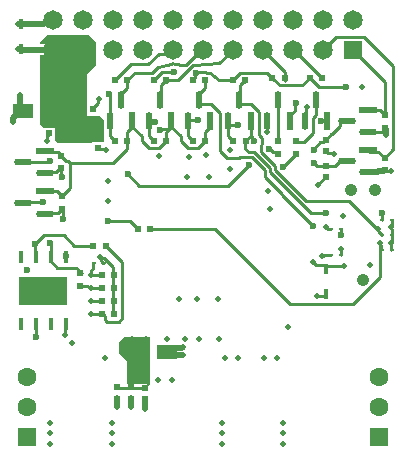
<source format=gbl>
G04*
G04 #@! TF.GenerationSoftware,Altium Limited,Altium Designer,22.9.1 (49)*
G04*
G04 Layer_Physical_Order=4*
G04 Layer_Color=16711680*
%FSLAX44Y44*%
%MOMM*%
G71*
G04*
G04 #@! TF.SameCoordinates,160F3373-32AC-4E58-B31D-FCE43EB9D5FB*
G04*
G04*
G04 #@! TF.FilePolarity,Positive*
G04*
G01*
G75*
%ADD13C,0.2540*%
%ADD19R,0.3600X0.2500*%
%ADD21R,0.6000X0.6000*%
%ADD23R,0.4064X0.8636*%
%ADD44C,0.5000*%
%ADD45C,1.0668*%
%ADD46C,1.6500*%
%ADD47R,1.6500X1.6500*%
%ADD48R,1.6000X1.6000*%
%ADD49C,1.6000*%
%ADD50C,0.5080*%
%ADD51C,0.6000*%
G04:AMPARAMS|DCode=52|XSize=1.5242mm|YSize=0.578mm|CornerRadius=0.289mm|HoleSize=0mm|Usage=FLASHONLY|Rotation=180.000|XOffset=0mm|YOffset=0mm|HoleType=Round|Shape=RoundedRectangle|*
%AMROUNDEDRECTD52*
21,1,1.5242,0.0000,0,0,180.0*
21,1,0.9463,0.5780,0,0,180.0*
1,1,0.5780,-0.4731,0.0000*
1,1,0.5780,0.4731,0.0000*
1,1,0.5780,0.4731,0.0000*
1,1,0.5780,-0.4731,0.0000*
%
%ADD52ROUNDEDRECTD52*%
%ADD53R,1.5242X0.5780*%
%ADD54R,0.6000X0.6000*%
%ADD55R,4.1000X2.4000*%
%ADD56R,0.4500X1.1000*%
%ADD57R,0.5780X1.5242*%
G04:AMPARAMS|DCode=58|XSize=1.5242mm|YSize=0.578mm|CornerRadius=0.289mm|HoleSize=0mm|Usage=FLASHONLY|Rotation=90.000|XOffset=0mm|YOffset=0mm|HoleType=Round|Shape=RoundedRectangle|*
%AMROUNDEDRECTD58*
21,1,1.5242,0.0000,0,0,90.0*
21,1,0.9463,0.5780,0,0,90.0*
1,1,0.5780,0.0000,0.4731*
1,1,0.5780,0.0000,-0.4731*
1,1,0.5780,0.0000,-0.4731*
1,1,0.5780,0.0000,0.4731*
%
%ADD58ROUNDEDRECTD58*%
%ADD59R,1.8000X1.2500*%
G36*
X126010Y67970D02*
X124740Y67585D01*
X124358Y68158D01*
X123276Y68880D01*
X122000Y69134D01*
X121497Y69034D01*
X110100D01*
X109597Y68934D01*
X107156D01*
X106490Y69600D01*
Y88160D01*
X100010Y94640D01*
Y104080D01*
X105010Y109080D01*
X126011D01*
X126010Y67970D01*
D02*
G37*
G36*
X81000Y358000D02*
Y339000D01*
X73000Y331000D01*
Y306900D01*
Y297000D01*
D01*
Y296900D01*
X73100D01*
X74200Y295800D01*
X84200D01*
X87200Y292800D01*
Y275087D01*
X87000Y273900D01*
X77000D01*
Y272800D01*
X48200D01*
X46162Y274838D01*
X45900Y276000D01*
X45900D01*
Y286000D01*
X36000D01*
X34200Y287800D01*
D01*
X33000Y289000D01*
X33000D01*
Y347164D01*
X43342D01*
X45098Y347514D01*
X46587Y348508D01*
X47581Y349997D01*
X47931Y351753D01*
X47581Y353508D01*
X46587Y354997D01*
X45098Y355991D01*
X43342Y356341D01*
X33000D01*
Y358000D01*
X39000Y364000D01*
Y364000D01*
X75000D01*
X81000Y358000D01*
D02*
G37*
D13*
X144769Y339810D02*
G03*
X146430Y339810I830J11490D01*
G01*
X76000Y150000D02*
X86200D01*
X89000Y186000D02*
X103000Y172000D01*
Y124775D02*
Y172000D01*
X99754Y121530D02*
X103000Y124775D01*
X321000Y159082D02*
Y188000D01*
Y187313D02*
Y188000D01*
Y187313D02*
X322270Y186043D01*
Y182020D02*
Y186043D01*
X298568Y136650D02*
X321000Y159082D01*
X29000Y187000D02*
X36810Y194810D01*
X42175Y176175D02*
Y187825D01*
X42000Y188000D02*
X42175Y187825D01*
X62380Y186000D02*
X78500D01*
X47965Y167135D02*
X64100D01*
X42350Y172750D02*
Y176000D01*
X42175Y176175D02*
X42350Y176000D01*
X36810Y194810D02*
X53570D01*
X42350Y172750D02*
X47965Y167135D01*
X53570Y194810D02*
X62380Y186000D01*
X29325Y176325D02*
Y186675D01*
Y176325D02*
X29650Y176000D01*
X29000Y187000D02*
X29325Y186675D01*
X331400Y195000D02*
Y199913D01*
X319486Y198004D02*
Y199514D01*
X294804Y224196D02*
X319486Y199514D01*
Y198004D02*
X322490Y195000D01*
X258173Y224196D02*
X294804D01*
X54486Y119436D02*
X55050Y120000D01*
X54000Y110000D02*
X54486Y110486D01*
Y119436D01*
X39486Y279086D02*
X41400Y281000D01*
X39486Y275486D02*
Y279086D01*
X39000Y275000D02*
X39486Y275486D01*
X46793Y248120D02*
X48693Y250020D01*
X230456Y265480D02*
X233270D01*
X227936Y268000D02*
X230456Y265480D01*
X227000Y268000D02*
X227936D01*
X233270Y265480D02*
X235000Y263750D01*
X220190Y265150D02*
X232190Y253150D01*
X221193Y271824D02*
Y277438D01*
X220190Y265150D02*
Y270821D01*
X218675Y279956D02*
X221193Y277438D01*
X220190Y270821D02*
X221193Y271824D01*
X213721Y275040D02*
X214383Y274378D01*
X185576Y266363D02*
X191370Y260570D01*
X238079Y228921D02*
X264000Y203000D01*
X191370Y260570D02*
X201975D01*
X228050Y248464D02*
Y251436D01*
X212821Y260810D02*
X223910Y249721D01*
X228050Y248464D02*
X262514Y214000D01*
X223910Y244091D02*
X238079Y229921D01*
X210240Y264950D02*
X214536D01*
X177893Y306141D02*
X185576Y298457D01*
X207000Y268190D02*
X210240Y264950D01*
X214536D02*
X228050Y251436D01*
X262514Y214000D02*
X275000D01*
X232190Y250179D02*
X258173Y224196D01*
X232190Y250179D02*
Y253150D01*
X238079Y228921D02*
Y229921D01*
X201975Y260570D02*
X202215Y260810D01*
X192650Y236650D02*
X210000Y254000D01*
X185576Y266363D02*
Y298457D01*
X207000Y274750D02*
X211500Y279250D01*
X207000Y268190D02*
Y274750D01*
X107370Y246657D02*
X117377Y236650D01*
X192650D01*
X163358Y339096D02*
X184852Y340452D01*
X196400Y352000D01*
X200730Y330230D02*
Y330354D01*
X196500Y326000D02*
X200730Y330230D01*
Y330354D02*
X202646Y332270D01*
X225480D01*
X231480Y326270D01*
X92000Y314526D02*
X92250Y314276D01*
X92500Y279250D02*
Y291398D01*
X83914Y267486D02*
X88514D01*
X78000Y302000D02*
Y302200D01*
X82514Y306714D02*
Y309514D01*
X211893Y306141D02*
X218675Y299359D01*
X225025Y282586D02*
X225263Y282824D01*
Y291161D02*
X225500Y291398D01*
X225263Y282824D02*
Y291161D01*
X218675Y279956D02*
Y299359D01*
X193997Y288000D02*
X201000D01*
X202215Y260810D02*
X212821D01*
X177500Y286667D02*
Y291398D01*
X192500Y279250D02*
Y289497D01*
X193997Y288000D01*
X192500Y289497D02*
Y291398D01*
X159102Y292000D02*
X167000D01*
X158500Y291398D02*
X159102Y292000D01*
X125500Y291398D02*
X125938Y290960D01*
X144500Y286766D02*
Y291398D01*
X134881Y283580D02*
X135817D01*
X125938Y290960D02*
X130583D01*
X135817Y283580D02*
X137383Y285146D01*
X142880D01*
X211500Y279250D02*
X213721Y277029D01*
X119258Y274868D02*
Y278909D01*
Y274868D02*
X125396Y268730D01*
X111500Y286667D02*
X119258Y278909D01*
X298000Y351300D02*
X325000Y324300D01*
Y296250D02*
Y324300D01*
X311000Y301000D02*
X311413Y300587D01*
X320663D01*
X325000Y296250D01*
X272600Y351300D02*
X284120Y362820D01*
X307604D01*
X332350Y338074D01*
Y267600D02*
Y338074D01*
X325000Y260250D02*
X332350Y267600D01*
X311000Y267000D02*
X312428Y265572D01*
X319678D01*
X325000Y260250D01*
X35000Y138765D02*
Y147000D01*
X36000Y148000D01*
X40629Y374029D02*
X44000Y377400D01*
X36851Y374029D02*
X40629D01*
X36618Y373795D02*
X36851Y374029D01*
X88514Y267486D02*
X89000Y267000D01*
X86890Y171000D02*
X87400D01*
X84584Y173307D02*
X86890Y171000D01*
X84584Y173307D02*
Y175417D01*
X84000Y176000D02*
X84584Y175417D01*
X94600Y161000D02*
Y168010D01*
X86982Y175628D02*
X94600Y168010D01*
X84584Y175628D02*
X86982D01*
X84097Y176114D02*
X84584Y175628D01*
X94600Y161000D02*
X94950Y160650D01*
Y150350D02*
Y160650D01*
Y150350D02*
X95300Y150000D01*
X95000Y128000D02*
Y139000D01*
X95150Y139150D01*
Y149850D01*
X95300Y150000D01*
X257500Y291500D02*
X258120Y292120D01*
Y302046D01*
X259113Y303039D01*
Y303726D01*
X275000Y143762D02*
Y145000D01*
X274238Y143000D02*
X275000Y143762D01*
X268000Y143000D02*
X274238D01*
X275000Y244500D02*
Y244700D01*
X269486Y238986D02*
X275000Y244500D01*
X269486Y237486D02*
Y238986D01*
X269000Y237000D02*
X269486Y237486D01*
X273687Y178000D02*
X279600D01*
X272687Y177000D02*
X273687Y178000D01*
X272000Y177000D02*
X272687D01*
X279580Y200420D02*
X279600Y200399D01*
X277268Y200420D02*
X279580D01*
X275687Y202000D02*
X277268Y200420D01*
X275000Y202000D02*
X275687D01*
X275000Y266500D02*
Y266700D01*
Y266500D02*
X276930Y264570D01*
X280743D01*
X281313Y264000D01*
X282000D01*
X311000Y282000D02*
X311000Y282000D01*
X323313D01*
X325313Y280000D01*
X326000D01*
X325625Y249375D02*
X329625D01*
X330000Y249000D01*
X330670Y182020D02*
Y186643D01*
X330000Y187313D02*
X330670Y186643D01*
X330000Y187313D02*
Y188687D01*
X331400Y190087D01*
X330000Y201313D02*
X331400Y199913D01*
X330000Y201313D02*
Y202687D01*
X330890Y208000D02*
X331400D01*
X330870Y207980D02*
X330890Y208000D01*
X330870Y203557D02*
Y207980D01*
X330000Y202687D02*
X330870Y203557D01*
X126500Y200000D02*
X181724D01*
X245074Y136650D01*
X298568D01*
X110000Y65600D02*
X110100Y65700D01*
X121900D01*
X122000Y65800D01*
X98000Y65600D02*
X110000D01*
X29650Y120000D02*
X29825Y119825D01*
Y109175D02*
Y119825D01*
Y109175D02*
X30000Y109000D01*
X247200Y352000D02*
X248374D01*
X270520Y329854D01*
Y329730D02*
Y329854D01*
Y329730D02*
X272250Y328000D01*
X18898Y222500D02*
X19148Y222750D01*
X35750D01*
X36000Y223000D01*
X18898Y257000D02*
X39827D01*
X40897Y258070D01*
X41833D01*
X221800Y351300D02*
X240250Y332850D01*
Y325742D02*
Y332850D01*
X102000Y309602D02*
Y314190D01*
X107000Y319190D01*
Y325000D01*
X169692Y352000D02*
X171000D01*
X156895Y339203D02*
X169692Y352000D01*
X151915Y339203D02*
X156895D01*
X107730Y326730D02*
X113533Y332533D01*
X127961D01*
X132764Y337336D01*
X37102Y232000D02*
X47750D01*
X52000Y227750D01*
X37102Y266500D02*
X38722Y264880D01*
X48370D01*
X50000Y263250D01*
X52000Y227750D02*
X58840Y234590D01*
Y256160D01*
X95220D01*
X107250Y268190D01*
Y282417D02*
X111500Y286667D01*
X125396Y268730D02*
X134104D01*
X138520Y273146D01*
Y273270D01*
X140250Y275000D01*
Y282417D01*
X144500Y286667D01*
X152258Y278909D01*
Y274868D02*
Y278909D01*
Y274868D02*
X158396Y268730D01*
X167104D01*
X171520Y273146D01*
Y273270D01*
X173250Y275000D01*
Y282417D01*
X177500Y286667D01*
X211500Y279250D02*
Y291398D01*
X64100Y167135D02*
X68735Y162500D01*
X168000Y307637D02*
Y314190D01*
Y307637D02*
X169497Y306141D01*
X177893D01*
X223910Y244091D02*
Y249721D01*
X67000Y152000D02*
X73339D01*
X75339Y150000D01*
X168000Y314190D02*
X173000Y319190D01*
Y326000D01*
X323000Y208000D02*
X323000Y208000D01*
X323000Y208000D02*
Y214000D01*
X192500Y279250D02*
X196750Y275000D01*
X158500Y279250D02*
X162750Y275000D01*
X158500Y279250D02*
Y291398D01*
X125500Y279250D02*
X129750Y275000D01*
X125500Y279250D02*
Y291398D01*
X76000Y139000D02*
X86400D01*
X51000Y250000D02*
X51368Y249632D01*
Y244388D02*
Y249632D01*
Y244388D02*
X52030Y243726D01*
X48370Y213620D02*
X51625Y216875D01*
X52375D01*
X109000Y207000D02*
X116000Y200000D01*
X91000Y207000D02*
X109000D01*
X52375Y208625D02*
Y216875D01*
Y208625D02*
X52750Y208250D01*
X96500Y326000D02*
X100730Y330230D01*
Y330354D01*
X110156Y339780D01*
X124972D01*
X133821Y348629D01*
X142229D01*
X145600Y352000D01*
X129500Y326000D02*
X133730Y330230D01*
Y330354D01*
X136376Y333000D01*
X147000D01*
X162500Y326000D02*
X164230Y327730D01*
Y330040D01*
X165468Y331278D01*
X261750Y328000D02*
X265980Y323770D01*
Y323646D02*
Y323770D01*
Y323646D02*
X269086Y320540D01*
X292130D01*
X184388Y326000D02*
X196500D01*
X184388Y326000D02*
X184388Y326000D01*
X255352Y321603D02*
X261750Y328000D01*
X236023Y321603D02*
X255352D01*
X231480Y326146D02*
X236023Y321603D01*
X231480Y326146D02*
Y326270D01*
X55000Y176050D02*
X55050Y176000D01*
X55000Y176050D02*
Y177000D01*
X78490Y171000D02*
X79000D01*
X78470Y170980D02*
X78490Y171000D01*
X78470Y166844D02*
Y170980D01*
X76436Y164810D02*
X78470Y166844D01*
X76436Y161436D02*
Y164810D01*
X76000Y161000D02*
X76436Y161436D01*
X86000Y161000D02*
X86000Y161000D01*
X76000Y161000D02*
X86000D01*
X202000Y307637D02*
Y309602D01*
Y307637D02*
X203497Y306141D01*
X211893D01*
X202000Y309602D02*
X202620Y310222D01*
Y321620D01*
X205270Y324270D01*
X206270D01*
X207000Y325000D01*
X322490Y195000D02*
X323000D01*
X275838Y276138D02*
Y276338D01*
X273070Y273370D02*
X275838Y276138D01*
X270445Y273370D02*
X273070D01*
X265000Y267924D02*
X270445Y273370D01*
X265000Y267000D02*
Y267924D01*
X275838Y276338D02*
X280007Y280507D01*
X280744D01*
X287445Y287208D01*
Y290003D01*
X288942Y291500D01*
X292796D01*
X141730Y326000D02*
X149631D01*
X155717Y332086D01*
Y332170D01*
X161803Y338256D01*
X265386Y256000D02*
X268086Y253300D01*
X265000Y256000D02*
X265386D01*
X282988Y253300D02*
X287188Y257500D01*
X292796D01*
X76000Y128000D02*
X86400D01*
X88330Y126070D01*
Y123446D02*
Y126070D01*
Y123446D02*
X90246Y121530D01*
X99754D01*
X275124Y169638D02*
X275762Y169000D01*
X267049Y169638D02*
X275124D01*
X264687Y172000D02*
X267049Y169638D01*
X264000Y172000D02*
X264687D01*
X275762Y169000D02*
X291000D01*
X288000Y195000D02*
Y200399D01*
X239250Y253000D02*
X250000Y263750D01*
X239000Y253000D02*
X239250D01*
X250000Y274000D02*
X256810D01*
X264200Y281390D01*
Y294219D01*
X267000Y297019D01*
Y309602D01*
X271010Y291398D02*
X276500D01*
X235000Y275000D02*
Y309602D01*
X244500Y291398D02*
Y296129D01*
X249115Y300744D01*
Y306213D01*
X249777Y306875D01*
X331400Y190087D02*
Y199913D01*
X268086Y253300D02*
X282988D01*
X135000Y309602D02*
X135620Y310222D01*
X213721Y275040D02*
Y277029D01*
X92250Y291648D02*
X92500Y291398D01*
X138270Y324270D02*
X140000D01*
X37102Y213000D02*
X37722Y213620D01*
X51000Y262250D02*
X55230Y258020D01*
X92500Y279250D02*
X96750Y275000D01*
X48693Y250020D02*
X49270D01*
X107250Y268190D02*
Y282417D01*
X135620Y310222D02*
Y321620D01*
X37102Y247500D02*
X37722Y248120D01*
X165540Y332286D02*
X166020Y332766D01*
X49270Y250020D02*
X51000Y251750D01*
X78000Y302200D02*
X82514Y306714D01*
X55230Y258020D02*
X56980D01*
X140000Y324270D02*
X141730Y326000D01*
X37722Y248120D02*
X46793D01*
X135620Y321620D02*
X138270Y324270D01*
X37722Y213620D02*
X48370D01*
X56980Y258020D02*
X58840Y256160D01*
X82000Y269400D02*
X83914Y267486D01*
X82514Y309514D02*
X83000Y310000D01*
X92250Y291648D02*
Y314276D01*
X166020Y332766D02*
X170140D01*
X162650Y339000D02*
X163358Y339096D01*
X177354Y332270D02*
X177409Y332222D01*
X170140Y332766D02*
X177354Y332270D01*
X177409Y332222D02*
X184388Y326000D01*
X161968Y338401D02*
X162650Y339000D01*
X161803Y338256D02*
X161968Y338401D01*
X149821Y339810D02*
X151915Y339203D01*
X144179Y339810D02*
X144769D01*
X132764Y337336D02*
X144179Y339810D01*
X146430Y339810D02*
X149821D01*
X288000Y178000D02*
Y183000D01*
X275000Y166590D02*
Y168238D01*
X111500Y286667D02*
Y291398D01*
D19*
X323000Y195000D02*
D03*
X331400D02*
D03*
X323000Y208000D02*
D03*
X331400D02*
D03*
X288000Y200399D02*
D03*
X279600D02*
D03*
X288000Y178000D02*
D03*
X279600D02*
D03*
X322800Y182000D02*
D03*
X331200D02*
D03*
X79000Y171000D02*
D03*
X87400D02*
D03*
D21*
X50500Y281000D02*
D03*
X40900D02*
D03*
X95500Y161000D02*
D03*
X85900D02*
D03*
X85900Y139000D02*
D03*
X95500D02*
D03*
Y128000D02*
D03*
X85900D02*
D03*
X85900Y150000D02*
D03*
X95500D02*
D03*
X51000Y262250D02*
D03*
Y251750D02*
D03*
X52000Y227750D02*
D03*
Y217250D02*
D03*
X325000Y296250D02*
D03*
Y285750D02*
D03*
Y260250D02*
D03*
Y249750D02*
D03*
X67000Y152000D02*
D03*
Y162500D02*
D03*
X235000Y263750D02*
D03*
Y274250D02*
D03*
X250000Y263750D02*
D03*
Y274250D02*
D03*
D23*
X275000Y166590D02*
D03*
Y145000D02*
D03*
X17000Y352205D02*
D03*
Y373795D02*
D03*
D44*
X15979Y300497D02*
Y313250D01*
Y300497D02*
X16477Y300000D01*
X110000Y49000D02*
Y57000D01*
X98000Y49000D02*
Y57000D01*
X10040Y291000D02*
X10055Y291015D01*
Y293805D01*
X16250Y300000D01*
X16477D01*
X141000Y96000D02*
X143985Y93015D01*
X153985D01*
X154000Y93000D01*
X141000Y96000D02*
X144750Y99750D01*
X153728D01*
X153978Y100000D01*
X154000D01*
X311000Y248000D02*
X311149Y248149D01*
X318859D01*
X319960Y249250D01*
X324500D01*
X325000Y249750D01*
Y285750D02*
X326000Y284750D01*
Y280000D02*
Y284750D01*
X17000Y352205D02*
X17452Y351753D01*
X43342D01*
X15000Y373795D02*
X36618D01*
X15000Y352205D02*
X17000D01*
X122000Y48000D02*
Y56000D01*
X257500Y291398D02*
Y291500D01*
D45*
X316500Y232800D02*
D03*
X296200D02*
D03*
X306350Y156600D02*
D03*
D46*
X94800Y376700D02*
D03*
Y351300D02*
D03*
X145600Y376700D02*
D03*
Y351300D02*
D03*
X221800Y376700D02*
D03*
Y351300D02*
D03*
X247200Y376700D02*
D03*
Y351300D02*
D03*
X298000Y376700D02*
D03*
X272600Y351300D02*
D03*
Y376700D02*
D03*
X196400Y351300D02*
D03*
Y376700D02*
D03*
X171000Y351300D02*
D03*
Y376700D02*
D03*
X120200Y351300D02*
D03*
Y376700D02*
D03*
X69400Y351300D02*
D03*
X44000D02*
D03*
X69400Y376700D02*
D03*
X44000D02*
D03*
D47*
X298000Y351300D02*
D03*
D48*
X22000Y23600D02*
D03*
X320000D02*
D03*
D49*
X22000Y49000D02*
D03*
Y74400D02*
D03*
X320000Y49000D02*
D03*
Y74400D02*
D03*
D50*
X187000Y18000D02*
D03*
X94000D02*
D03*
Y27000D02*
D03*
Y36000D02*
D03*
X187000Y27000D02*
D03*
Y36000D02*
D03*
X239000Y18000D02*
D03*
Y27000D02*
D03*
Y36000D02*
D03*
X42000Y18000D02*
D03*
Y27000D02*
D03*
Y36000D02*
D03*
X321000Y188000D02*
D03*
X319000Y200000D02*
D03*
X15979Y313250D02*
D03*
X54000Y110000D02*
D03*
X110000Y49000D02*
D03*
X98000D02*
D03*
X10040Y291000D02*
D03*
X158000Y244000D02*
D03*
X176000D02*
D03*
X194000Y251000D02*
D03*
X226510Y232510D02*
D03*
X91000Y241000D02*
D03*
X83000Y310000D02*
D03*
X39000Y275000D02*
D03*
X225025Y282586D02*
D03*
X194000Y266920D02*
D03*
X89000Y267000D02*
D03*
X306000Y320000D02*
D03*
X282000Y264000D02*
D03*
X269000Y237000D02*
D03*
X272000Y177000D02*
D03*
X268000Y143000D02*
D03*
X122000Y48000D02*
D03*
X141000Y107000D02*
D03*
X156000D02*
D03*
X168000D02*
D03*
X330000Y188000D02*
D03*
Y202000D02*
D03*
Y249000D02*
D03*
X259113Y303726D02*
D03*
X84097Y176114D02*
D03*
X174000Y263000D02*
D03*
X134000Y262000D02*
D03*
X122000Y72000D02*
D03*
X291000Y169000D02*
D03*
X275000Y202000D02*
D03*
X264000Y172000D02*
D03*
X288000Y183000D02*
D03*
X60000Y304000D02*
D03*
X290000Y211000D02*
D03*
X312700Y169300D02*
D03*
X68000Y297000D02*
D03*
X59434Y292186D02*
D03*
X91000Y224000D02*
D03*
X59000Y278000D02*
D03*
X159000Y261000D02*
D03*
X111000Y72000D02*
D03*
X103000Y98000D02*
D03*
X123000Y107000D02*
D03*
X111000D02*
D03*
X154000Y93000D02*
D03*
Y100000D02*
D03*
X133000Y72000D02*
D03*
X145000D02*
D03*
X88000Y91000D02*
D03*
X60000Y104000D02*
D03*
X76000Y128000D02*
D03*
Y139000D02*
D03*
Y150000D02*
D03*
Y161000D02*
D03*
X228000Y217000D02*
D03*
X151000Y141000D02*
D03*
X166000D02*
D03*
X184000D02*
D03*
X185000Y107000D02*
D03*
X243000Y117000D02*
D03*
X190000Y91000D02*
D03*
X201000D02*
D03*
X223000D02*
D03*
X234000D02*
D03*
X326000Y280000D02*
D03*
D51*
X42000Y188000D02*
D03*
X29000Y187000D02*
D03*
X22127Y165796D02*
D03*
X39000Y290000D02*
D03*
X227000Y268000D02*
D03*
X214383Y274378D02*
D03*
X210000Y254000D02*
D03*
X107370Y246657D02*
D03*
X92000Y314526D02*
D03*
X201000Y288000D02*
D03*
X167000Y292000D02*
D03*
X130583Y290960D02*
D03*
X134881Y283580D02*
D03*
X292130Y320540D02*
D03*
X265000Y267000D02*
D03*
X165540Y332286D02*
D03*
X147000Y333000D02*
D03*
X265000Y256000D02*
D03*
X35000Y138765D02*
D03*
X30000Y109000D02*
D03*
X323000Y214000D02*
D03*
X275000D02*
D03*
X264000Y203000D02*
D03*
X288000Y195000D02*
D03*
X239000Y253000D02*
D03*
X52750Y208250D02*
D03*
X52030Y243726D02*
D03*
X271010Y291398D02*
D03*
X41833Y258070D02*
D03*
X249777Y306875D02*
D03*
X36000Y223000D02*
D03*
X91000Y207000D02*
D03*
X55000Y177000D02*
D03*
D52*
X292796Y291500D02*
D03*
X311000Y282000D02*
D03*
X37102Y247500D02*
D03*
X18898Y257000D02*
D03*
X37102Y213000D02*
D03*
X18898Y222500D02*
D03*
X311000Y248000D02*
D03*
X292796Y257500D02*
D03*
D53*
X311000Y301000D02*
D03*
X37102Y266500D02*
D03*
Y232000D02*
D03*
X311000Y267000D02*
D03*
D54*
X122000Y65700D02*
D03*
Y56100D02*
D03*
X78000Y292300D02*
D03*
Y301900D02*
D03*
X82000Y268900D02*
D03*
Y278500D02*
D03*
X110000Y66100D02*
D03*
Y56500D02*
D03*
X275000Y266200D02*
D03*
Y275800D02*
D03*
Y253800D02*
D03*
Y244200D02*
D03*
X98000Y56500D02*
D03*
Y66100D02*
D03*
X229750Y328000D02*
D03*
X240250D02*
D03*
X261750Y328000D02*
D03*
X272250D02*
D03*
X207250Y275000D02*
D03*
X196750D02*
D03*
X196500Y326000D02*
D03*
X207000D02*
D03*
X173250Y275000D02*
D03*
X162750D02*
D03*
X162500Y326000D02*
D03*
X173000D02*
D03*
X140250Y275000D02*
D03*
X129750D02*
D03*
X129500Y326000D02*
D03*
X140000D02*
D03*
X107250Y275000D02*
D03*
X96750D02*
D03*
X96500Y326000D02*
D03*
X107000D02*
D03*
X116000Y200000D02*
D03*
X126500D02*
D03*
X89000Y186000D02*
D03*
X78500D02*
D03*
D55*
X36000Y148000D02*
D03*
D56*
X55050Y176000D02*
D03*
X42350D02*
D03*
X29650D02*
D03*
X16950D02*
D03*
Y120000D02*
D03*
X29650D02*
D03*
X42350D02*
D03*
X55050D02*
D03*
D57*
X211500Y291398D02*
D03*
X177500D02*
D03*
X144500D02*
D03*
X111500D02*
D03*
X244500D02*
D03*
X276500D02*
D03*
D58*
X192500D02*
D03*
X202000Y309602D02*
D03*
X158500Y291398D02*
D03*
X168000Y309602D02*
D03*
X125500Y291398D02*
D03*
X135000Y309602D02*
D03*
X92500Y291398D02*
D03*
X102000Y309602D02*
D03*
X225500Y291398D02*
D03*
X235000Y309602D02*
D03*
X257500Y291398D02*
D03*
X267000Y309602D02*
D03*
D59*
X19000Y300000D02*
D03*
X45000D02*
D03*
X141000Y96000D02*
D03*
X115000D02*
D03*
M02*

</source>
